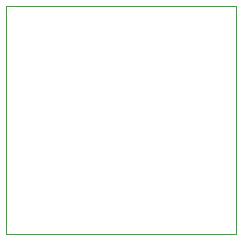
<source format=gbr>
%TF.GenerationSoftware,KiCad,Pcbnew,7.0.6*%
%TF.CreationDate,2023-08-04T12:55:21+05:30*%
%TF.ProjectId,XIAO ESP32S3 IMU,5849414f-2045-4535-9033-32533320494d,rev?*%
%TF.SameCoordinates,Original*%
%TF.FileFunction,Profile,NP*%
%FSLAX46Y46*%
G04 Gerber Fmt 4.6, Leading zero omitted, Abs format (unit mm)*
G04 Created by KiCad (PCBNEW 7.0.6) date 2023-08-04 12:55:21*
%MOMM*%
%LPD*%
G01*
G04 APERTURE LIST*
%TA.AperFunction,Profile*%
%ADD10C,0.100000*%
%TD*%
G04 APERTURE END LIST*
D10*
X125800000Y-58150000D02*
X145250000Y-58150000D01*
X145250000Y-77450000D01*
X125800000Y-77450000D01*
X125800000Y-58150000D01*
M02*

</source>
